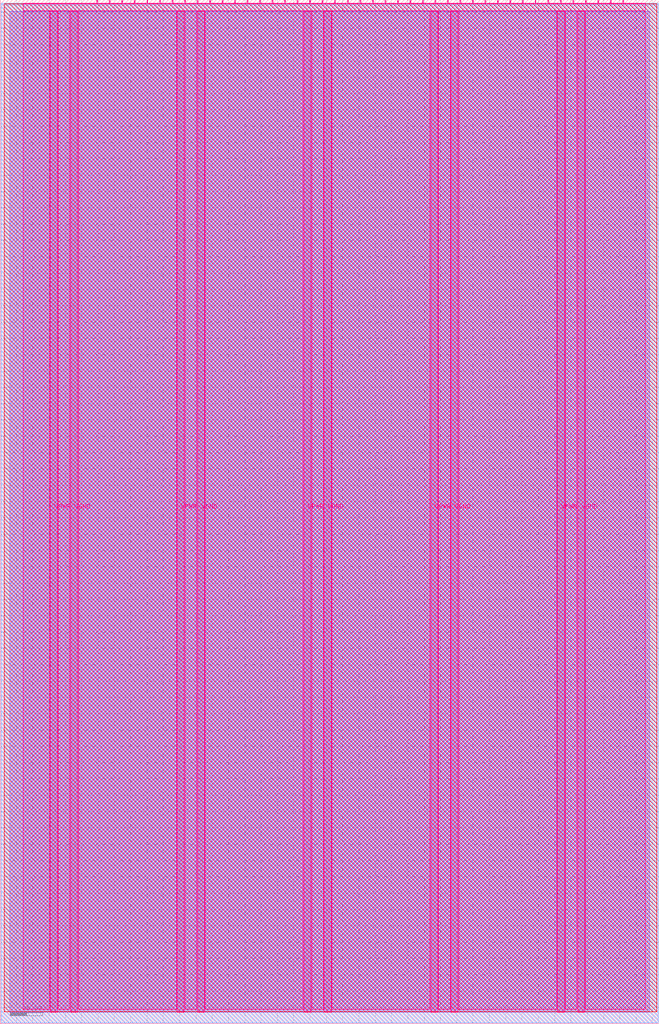
<source format=lef>
VERSION 5.7 ;
  NOWIREEXTENSIONATPIN ON ;
  DIVIDERCHAR "/" ;
  BUSBITCHARS "[]" ;
MACRO tt_um_toivoh_demo_tt08
  CLASS BLOCK ;
  FOREIGN tt_um_toivoh_demo_tt08 ;
  ORIGIN 0.000 0.000 ;
  SIZE 202.080 BY 313.740 ;
  PIN VGND
    DIRECTION INOUT ;
    USE GROUND ;
    PORT
      LAYER Metal5 ;
        RECT 21.580 3.560 23.780 310.180 ;
    END
    PORT
      LAYER Metal5 ;
        RECT 60.450 3.560 62.650 310.180 ;
    END
    PORT
      LAYER Metal5 ;
        RECT 99.320 3.560 101.520 310.180 ;
    END
    PORT
      LAYER Metal5 ;
        RECT 138.190 3.560 140.390 310.180 ;
    END
    PORT
      LAYER Metal5 ;
        RECT 177.060 3.560 179.260 310.180 ;
    END
  END VGND
  PIN VPWR
    DIRECTION INOUT ;
    USE POWER ;
    PORT
      LAYER Metal5 ;
        RECT 15.380 3.560 17.580 310.180 ;
    END
    PORT
      LAYER Metal5 ;
        RECT 54.250 3.560 56.450 310.180 ;
    END
    PORT
      LAYER Metal5 ;
        RECT 93.120 3.560 95.320 310.180 ;
    END
    PORT
      LAYER Metal5 ;
        RECT 131.990 3.560 134.190 310.180 ;
    END
    PORT
      LAYER Metal5 ;
        RECT 170.860 3.560 173.060 310.180 ;
    END
  END VPWR
  PIN clk
    DIRECTION INPUT ;
    USE SIGNAL ;
    ANTENNAGATEAREA 0.213200 ;
    PORT
      LAYER Metal5 ;
        RECT 187.050 312.740 187.350 313.740 ;
    END
  END clk
  PIN ena
    DIRECTION INPUT ;
    USE SIGNAL ;
    PORT
      LAYER Metal5 ;
        RECT 190.890 312.740 191.190 313.740 ;
    END
  END ena
  PIN rst_n
    DIRECTION INPUT ;
    USE SIGNAL ;
    ANTENNAGATEAREA 0.741000 ;
    PORT
      LAYER Metal5 ;
        RECT 183.210 312.740 183.510 313.740 ;
    END
  END rst_n
  PIN ui_in[0]
    DIRECTION INPUT ;
    USE SIGNAL ;
    ANTENNAGATEAREA 0.314600 ;
    PORT
      LAYER Metal5 ;
        RECT 179.370 312.740 179.670 313.740 ;
    END
  END ui_in[0]
  PIN ui_in[1]
    DIRECTION INPUT ;
    USE SIGNAL ;
    ANTENNAGATEAREA 0.213200 ;
    PORT
      LAYER Metal5 ;
        RECT 175.530 312.740 175.830 313.740 ;
    END
  END ui_in[1]
  PIN ui_in[2]
    DIRECTION INPUT ;
    USE SIGNAL ;
    ANTENNAGATEAREA 0.314600 ;
    PORT
      LAYER Metal5 ;
        RECT 171.690 312.740 171.990 313.740 ;
    END
  END ui_in[2]
  PIN ui_in[3]
    DIRECTION INPUT ;
    USE SIGNAL ;
    ANTENNAGATEAREA 0.314600 ;
    PORT
      LAYER Metal5 ;
        RECT 167.850 312.740 168.150 313.740 ;
    END
  END ui_in[3]
  PIN ui_in[4]
    DIRECTION INPUT ;
    USE SIGNAL ;
    PORT
      LAYER Metal5 ;
        RECT 164.010 312.740 164.310 313.740 ;
    END
  END ui_in[4]
  PIN ui_in[5]
    DIRECTION INPUT ;
    USE SIGNAL ;
    PORT
      LAYER Metal5 ;
        RECT 160.170 312.740 160.470 313.740 ;
    END
  END ui_in[5]
  PIN ui_in[6]
    DIRECTION INPUT ;
    USE SIGNAL ;
    PORT
      LAYER Metal5 ;
        RECT 156.330 312.740 156.630 313.740 ;
    END
  END ui_in[6]
  PIN ui_in[7]
    DIRECTION INPUT ;
    USE SIGNAL ;
    ANTENNAGATEAREA 0.314600 ;
    PORT
      LAYER Metal5 ;
        RECT 152.490 312.740 152.790 313.740 ;
    END
  END ui_in[7]
  PIN uio_in[0]
    DIRECTION INPUT ;
    USE SIGNAL ;
    PORT
      LAYER Metal5 ;
        RECT 148.650 312.740 148.950 313.740 ;
    END
  END uio_in[0]
  PIN uio_in[1]
    DIRECTION INPUT ;
    USE SIGNAL ;
    PORT
      LAYER Metal5 ;
        RECT 144.810 312.740 145.110 313.740 ;
    END
  END uio_in[1]
  PIN uio_in[2]
    DIRECTION INPUT ;
    USE SIGNAL ;
    PORT
      LAYER Metal5 ;
        RECT 140.970 312.740 141.270 313.740 ;
    END
  END uio_in[2]
  PIN uio_in[3]
    DIRECTION INPUT ;
    USE SIGNAL ;
    PORT
      LAYER Metal5 ;
        RECT 137.130 312.740 137.430 313.740 ;
    END
  END uio_in[3]
  PIN uio_in[4]
    DIRECTION INPUT ;
    USE SIGNAL ;
    PORT
      LAYER Metal5 ;
        RECT 133.290 312.740 133.590 313.740 ;
    END
  END uio_in[4]
  PIN uio_in[5]
    DIRECTION INPUT ;
    USE SIGNAL ;
    PORT
      LAYER Metal5 ;
        RECT 129.450 312.740 129.750 313.740 ;
    END
  END uio_in[5]
  PIN uio_in[6]
    DIRECTION INPUT ;
    USE SIGNAL ;
    PORT
      LAYER Metal5 ;
        RECT 125.610 312.740 125.910 313.740 ;
    END
  END uio_in[6]
  PIN uio_in[7]
    DIRECTION INPUT ;
    USE SIGNAL ;
    PORT
      LAYER Metal5 ;
        RECT 121.770 312.740 122.070 313.740 ;
    END
  END uio_in[7]
  PIN uio_oe[0]
    DIRECTION OUTPUT ;
    USE SIGNAL ;
    ANTENNADIFFAREA 0.299200 ;
    PORT
      LAYER Metal5 ;
        RECT 56.490 312.740 56.790 313.740 ;
    END
  END uio_oe[0]
  PIN uio_oe[1]
    DIRECTION OUTPUT ;
    USE SIGNAL ;
    ANTENNADIFFAREA 0.299200 ;
    PORT
      LAYER Metal5 ;
        RECT 52.650 312.740 52.950 313.740 ;
    END
  END uio_oe[1]
  PIN uio_oe[2]
    DIRECTION OUTPUT ;
    USE SIGNAL ;
    ANTENNADIFFAREA 0.299200 ;
    PORT
      LAYER Metal5 ;
        RECT 48.810 312.740 49.110 313.740 ;
    END
  END uio_oe[2]
  PIN uio_oe[3]
    DIRECTION OUTPUT ;
    USE SIGNAL ;
    ANTENNADIFFAREA 0.299200 ;
    PORT
      LAYER Metal5 ;
        RECT 44.970 312.740 45.270 313.740 ;
    END
  END uio_oe[3]
  PIN uio_oe[4]
    DIRECTION OUTPUT ;
    USE SIGNAL ;
    ANTENNADIFFAREA 0.299200 ;
    PORT
      LAYER Metal5 ;
        RECT 41.130 312.740 41.430 313.740 ;
    END
  END uio_oe[4]
  PIN uio_oe[5]
    DIRECTION OUTPUT ;
    USE SIGNAL ;
    ANTENNADIFFAREA 0.299200 ;
    PORT
      LAYER Metal5 ;
        RECT 37.290 312.740 37.590 313.740 ;
    END
  END uio_oe[5]
  PIN uio_oe[6]
    DIRECTION OUTPUT ;
    USE SIGNAL ;
    ANTENNADIFFAREA 0.299200 ;
    PORT
      LAYER Metal5 ;
        RECT 33.450 312.740 33.750 313.740 ;
    END
  END uio_oe[6]
  PIN uio_oe[7]
    DIRECTION OUTPUT ;
    USE SIGNAL ;
    ANTENNADIFFAREA 0.392700 ;
    PORT
      LAYER Metal5 ;
        RECT 29.610 312.740 29.910 313.740 ;
    END
  END uio_oe[7]
  PIN uio_out[0]
    DIRECTION OUTPUT ;
    USE SIGNAL ;
    ANTENNADIFFAREA 0.299200 ;
    PORT
      LAYER Metal5 ;
        RECT 87.210 312.740 87.510 313.740 ;
    END
  END uio_out[0]
  PIN uio_out[1]
    DIRECTION OUTPUT ;
    USE SIGNAL ;
    ANTENNADIFFAREA 0.299200 ;
    PORT
      LAYER Metal5 ;
        RECT 83.370 312.740 83.670 313.740 ;
    END
  END uio_out[1]
  PIN uio_out[2]
    DIRECTION OUTPUT ;
    USE SIGNAL ;
    ANTENNADIFFAREA 0.299200 ;
    PORT
      LAYER Metal5 ;
        RECT 79.530 312.740 79.830 313.740 ;
    END
  END uio_out[2]
  PIN uio_out[3]
    DIRECTION OUTPUT ;
    USE SIGNAL ;
    ANTENNADIFFAREA 0.299200 ;
    PORT
      LAYER Metal5 ;
        RECT 75.690 312.740 75.990 313.740 ;
    END
  END uio_out[3]
  PIN uio_out[4]
    DIRECTION OUTPUT ;
    USE SIGNAL ;
    ANTENNADIFFAREA 0.299200 ;
    PORT
      LAYER Metal5 ;
        RECT 71.850 312.740 72.150 313.740 ;
    END
  END uio_out[4]
  PIN uio_out[5]
    DIRECTION OUTPUT ;
    USE SIGNAL ;
    ANTENNADIFFAREA 0.299200 ;
    PORT
      LAYER Metal5 ;
        RECT 68.010 312.740 68.310 313.740 ;
    END
  END uio_out[5]
  PIN uio_out[6]
    DIRECTION OUTPUT ;
    USE SIGNAL ;
    ANTENNADIFFAREA 0.299200 ;
    PORT
      LAYER Metal5 ;
        RECT 64.170 312.740 64.470 313.740 ;
    END
  END uio_out[6]
  PIN uio_out[7]
    DIRECTION OUTPUT ;
    USE SIGNAL ;
    ANTENNAGATEAREA 0.109200 ;
    ANTENNADIFFAREA 0.632400 ;
    PORT
      LAYER Metal5 ;
        RECT 60.330 312.740 60.630 313.740 ;
    END
  END uio_out[7]
  PIN uo_out[0]
    DIRECTION OUTPUT ;
    USE SIGNAL ;
    ANTENNAGATEAREA 0.109200 ;
    ANTENNADIFFAREA 0.632400 ;
    PORT
      LAYER Metal5 ;
        RECT 117.930 312.740 118.230 313.740 ;
    END
  END uo_out[0]
  PIN uo_out[1]
    DIRECTION OUTPUT ;
    USE SIGNAL ;
    ANTENNAGATEAREA 0.109200 ;
    ANTENNADIFFAREA 0.632400 ;
    PORT
      LAYER Metal5 ;
        RECT 114.090 312.740 114.390 313.740 ;
    END
  END uo_out[1]
  PIN uo_out[2]
    DIRECTION OUTPUT ;
    USE SIGNAL ;
    ANTENNAGATEAREA 0.109200 ;
    ANTENNADIFFAREA 0.632400 ;
    PORT
      LAYER Metal5 ;
        RECT 110.250 312.740 110.550 313.740 ;
    END
  END uo_out[2]
  PIN uo_out[3]
    DIRECTION OUTPUT ;
    USE SIGNAL ;
    ANTENNAGATEAREA 0.109200 ;
    ANTENNADIFFAREA 0.632400 ;
    PORT
      LAYER Metal5 ;
        RECT 106.410 312.740 106.710 313.740 ;
    END
  END uo_out[3]
  PIN uo_out[4]
    DIRECTION OUTPUT ;
    USE SIGNAL ;
    ANTENNAGATEAREA 0.109200 ;
    ANTENNADIFFAREA 0.632400 ;
    PORT
      LAYER Metal5 ;
        RECT 102.570 312.740 102.870 313.740 ;
    END
  END uo_out[4]
  PIN uo_out[5]
    DIRECTION OUTPUT ;
    USE SIGNAL ;
    ANTENNAGATEAREA 0.109200 ;
    ANTENNADIFFAREA 0.632400 ;
    PORT
      LAYER Metal5 ;
        RECT 98.730 312.740 99.030 313.740 ;
    END
  END uo_out[5]
  PIN uo_out[6]
    DIRECTION OUTPUT ;
    USE SIGNAL ;
    ANTENNAGATEAREA 0.109200 ;
    ANTENNADIFFAREA 0.632400 ;
    PORT
      LAYER Metal5 ;
        RECT 94.890 312.740 95.190 313.740 ;
    END
  END uo_out[6]
  PIN uo_out[7]
    DIRECTION OUTPUT ;
    USE SIGNAL ;
    ANTENNAGATEAREA 0.109200 ;
    ANTENNADIFFAREA 0.632400 ;
    PORT
      LAYER Metal5 ;
        RECT 91.050 312.740 91.350 313.740 ;
    END
  END uo_out[7]
  OBS
      LAYER GatPoly ;
        RECT 2.880 3.630 199.200 310.110 ;
      LAYER Metal1 ;
        RECT 2.880 3.560 199.200 310.180 ;
      LAYER Metal2 ;
        RECT 0.335 0.320 201.745 312.160 ;
      LAYER Metal3 ;
        RECT 0.380 0.275 201.700 312.625 ;
      LAYER Metal4 ;
        RECT 1.295 3.680 201.265 312.580 ;
      LAYER Metal5 ;
        RECT 7.100 312.530 29.400 312.740 ;
        RECT 30.120 312.530 33.240 312.740 ;
        RECT 33.960 312.530 37.080 312.740 ;
        RECT 37.800 312.530 40.920 312.740 ;
        RECT 41.640 312.530 44.760 312.740 ;
        RECT 45.480 312.530 48.600 312.740 ;
        RECT 49.320 312.530 52.440 312.740 ;
        RECT 53.160 312.530 56.280 312.740 ;
        RECT 57.000 312.530 60.120 312.740 ;
        RECT 60.840 312.530 63.960 312.740 ;
        RECT 64.680 312.530 67.800 312.740 ;
        RECT 68.520 312.530 71.640 312.740 ;
        RECT 72.360 312.530 75.480 312.740 ;
        RECT 76.200 312.530 79.320 312.740 ;
        RECT 80.040 312.530 83.160 312.740 ;
        RECT 83.880 312.530 87.000 312.740 ;
        RECT 87.720 312.530 90.840 312.740 ;
        RECT 91.560 312.530 94.680 312.740 ;
        RECT 95.400 312.530 98.520 312.740 ;
        RECT 99.240 312.530 102.360 312.740 ;
        RECT 103.080 312.530 106.200 312.740 ;
        RECT 106.920 312.530 110.040 312.740 ;
        RECT 110.760 312.530 113.880 312.740 ;
        RECT 114.600 312.530 117.720 312.740 ;
        RECT 118.440 312.530 121.560 312.740 ;
        RECT 122.280 312.530 125.400 312.740 ;
        RECT 126.120 312.530 129.240 312.740 ;
        RECT 129.960 312.530 133.080 312.740 ;
        RECT 133.800 312.530 136.920 312.740 ;
        RECT 137.640 312.530 140.760 312.740 ;
        RECT 141.480 312.530 144.600 312.740 ;
        RECT 145.320 312.530 148.440 312.740 ;
        RECT 149.160 312.530 152.280 312.740 ;
        RECT 153.000 312.530 156.120 312.740 ;
        RECT 156.840 312.530 159.960 312.740 ;
        RECT 160.680 312.530 163.800 312.740 ;
        RECT 164.520 312.530 167.640 312.740 ;
        RECT 168.360 312.530 171.480 312.740 ;
        RECT 172.200 312.530 175.320 312.740 ;
        RECT 176.040 312.530 179.160 312.740 ;
        RECT 179.880 312.530 183.000 312.740 ;
        RECT 183.720 312.530 186.840 312.740 ;
        RECT 187.560 312.530 190.680 312.740 ;
        RECT 191.400 312.530 197.860 312.740 ;
        RECT 7.100 310.390 197.860 312.530 ;
        RECT 7.100 4.475 15.170 310.390 ;
        RECT 17.790 4.475 21.370 310.390 ;
        RECT 23.990 4.475 54.040 310.390 ;
        RECT 56.660 4.475 60.240 310.390 ;
        RECT 62.860 4.475 92.910 310.390 ;
        RECT 95.530 4.475 99.110 310.390 ;
        RECT 101.730 4.475 131.780 310.390 ;
        RECT 134.400 4.475 137.980 310.390 ;
        RECT 140.600 4.475 170.650 310.390 ;
        RECT 173.270 4.475 176.850 310.390 ;
        RECT 179.470 4.475 197.860 310.390 ;
  END
END tt_um_toivoh_demo_tt08
END LIBRARY


</source>
